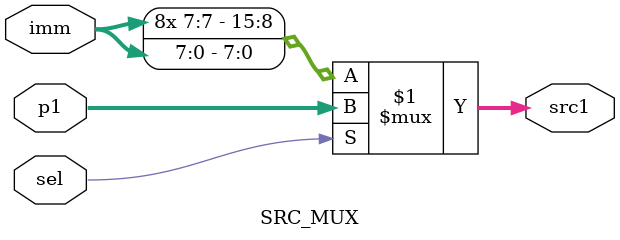
<source format=v>
/*******************************************************************************
* ECE 552
* WISC architecture
* Single cycle, non-branching implementation
* ALU input src select mux
*
* Craig Day
*******************************************************************************/
module SRC_MUX(src1, p1, imm, sel);
  input [15:0] p1;
  input [7:0] imm;
  input sel;
  output [15:0] src1;
  
  assign src1 = (sel) ? p1 : {{8{imm[7]}}, imm[7:0]};
  
endmodule

</source>
